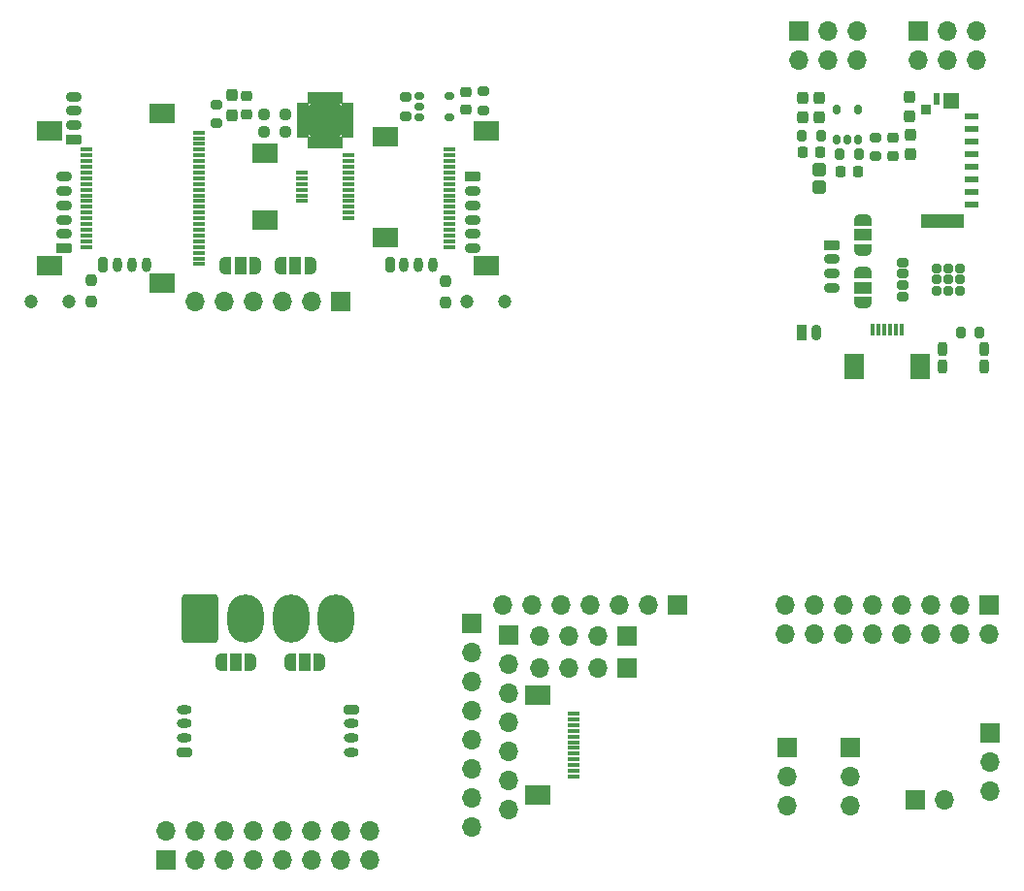
<source format=gbr>
%TF.GenerationSoftware,KiCad,Pcbnew,8.0.5*%
%TF.CreationDate,2024-12-31T14:00:23+11:00*%
%TF.ProjectId,Combined_Fabrication,436f6d62-696e-4656-945f-466162726963,rev?*%
%TF.SameCoordinates,Original*%
%TF.FileFunction,Soldermask,Bot*%
%TF.FilePolarity,Negative*%
%FSLAX46Y46*%
G04 Gerber Fmt 4.6, Leading zero omitted, Abs format (unit mm)*
G04 Created by KiCad (PCBNEW 8.0.5) date 2024-12-31 14:00:23*
%MOMM*%
%LPD*%
G01*
G04 APERTURE LIST*
G04 Aperture macros list*
%AMRoundRect*
0 Rectangle with rounded corners*
0 $1 Rounding radius*
0 $2 $3 $4 $5 $6 $7 $8 $9 X,Y pos of 4 corners*
0 Add a 4 corners polygon primitive as box body*
4,1,4,$2,$3,$4,$5,$6,$7,$8,$9,$2,$3,0*
0 Add four circle primitives for the rounded corners*
1,1,$1+$1,$2,$3*
1,1,$1+$1,$4,$5*
1,1,$1+$1,$6,$7*
1,1,$1+$1,$8,$9*
0 Add four rect primitives between the rounded corners*
20,1,$1+$1,$2,$3,$4,$5,0*
20,1,$1+$1,$4,$5,$6,$7,0*
20,1,$1+$1,$6,$7,$8,$9,0*
20,1,$1+$1,$8,$9,$2,$3,0*%
%AMFreePoly0*
4,1,19,0.550000,-0.750000,0.000000,-0.750000,0.000000,-0.744911,-0.071157,-0.744911,-0.207708,-0.704816,-0.327430,-0.627875,-0.420627,-0.520320,-0.479746,-0.390866,-0.500000,-0.250000,-0.500000,0.250000,-0.479746,0.390866,-0.420627,0.520320,-0.327430,0.627875,-0.207708,0.704816,-0.071157,0.744911,0.000000,0.744911,0.000000,0.750000,0.550000,0.750000,0.550000,-0.750000,0.550000,-0.750000,
$1*%
%AMFreePoly1*
4,1,19,0.000000,0.744911,0.071157,0.744911,0.207708,0.704816,0.327430,0.627875,0.420627,0.520320,0.479746,0.390866,0.500000,0.250000,0.500000,-0.250000,0.479746,-0.390866,0.420627,-0.520320,0.327430,-0.627875,0.207708,-0.704816,0.071157,-0.744911,0.000000,-0.744911,0.000000,-0.750000,-0.550000,-0.750000,-0.550000,0.750000,0.000000,0.750000,0.000000,0.744911,0.000000,0.744911,
$1*%
G04 Aperture macros list end*
%ADD10RoundRect,0.150000X-0.150000X0.250000X-0.150000X-0.250000X0.150000X-0.250000X0.150000X0.250000X0*%
%ADD11R,1.700000X1.700000*%
%ADD12O,1.700000X1.700000*%
%ADD13FreePoly0,90.000000*%
%ADD14R,1.500000X1.000000*%
%ADD15FreePoly1,90.000000*%
%ADD16RoundRect,0.237500X0.237500X-0.300000X0.237500X0.300000X-0.237500X0.300000X-0.237500X-0.300000X0*%
%ADD17RoundRect,0.200000X0.200000X0.400000X-0.200000X0.400000X-0.200000X-0.400000X0.200000X-0.400000X0*%
%ADD18RoundRect,0.225000X0.250000X-0.225000X0.250000X0.225000X-0.250000X0.225000X-0.250000X-0.225000X0*%
%ADD19RoundRect,0.200000X-0.200000X-0.275000X0.200000X-0.275000X0.200000X0.275000X-0.200000X0.275000X0*%
%ADD20R,1.244600X0.609600*%
%ADD21R,3.784600X1.193800*%
%ADD22R,1.400000X1.447800*%
%ADD23R,0.609600X0.990600*%
%ADD24R,0.838200X0.939800*%
%ADD25RoundRect,0.225000X-0.475000X0.225000X-0.475000X-0.225000X0.475000X-0.225000X0.475000X0.225000X0*%
%ADD26O,1.400000X0.900000*%
%ADD27RoundRect,0.200000X0.200000X0.275000X-0.200000X0.275000X-0.200000X-0.275000X0.200000X-0.275000X0*%
%ADD28RoundRect,0.200000X0.275000X-0.200000X0.275000X0.200000X-0.275000X0.200000X-0.275000X-0.200000X0*%
%ADD29R,1.800000X2.200000*%
%ADD30R,0.300000X1.100000*%
%ADD31RoundRect,0.200000X-0.300000X0.200000X-0.300000X-0.200000X0.300000X-0.200000X0.300000X0.200000X0*%
%ADD32RoundRect,0.200000X-0.200000X0.200000X-0.200000X-0.200000X0.200000X-0.200000X0.200000X0.200000X0*%
%ADD33RoundRect,0.225000X0.225000X0.250000X-0.225000X0.250000X-0.225000X-0.250000X0.225000X-0.250000X0*%
%ADD34RoundRect,0.225000X-0.225000X-0.475000X0.225000X-0.475000X0.225000X0.475000X-0.225000X0.475000X0*%
%ADD35O,0.900000X1.400000*%
%ADD36RoundRect,0.165600X0.421400X-0.386400X0.421400X0.386400X-0.421400X0.386400X-0.421400X-0.386400X0*%
%ADD37FreePoly0,270.000000*%
%ADD38FreePoly1,270.000000*%
%ADD39RoundRect,0.200000X0.450000X-0.200000X0.450000X0.200000X-0.450000X0.200000X-0.450000X-0.200000X0*%
%ADD40O,1.300000X0.800000*%
%ADD41FreePoly0,180.000000*%
%ADD42R,1.000000X1.500000*%
%ADD43FreePoly1,180.000000*%
%ADD44RoundRect,0.250000X-1.330000X-1.850000X1.330000X-1.850000X1.330000X1.850000X-1.330000X1.850000X0*%
%ADD45O,3.160000X4.200000*%
%ADD46RoundRect,0.200000X-0.450000X0.200000X-0.450000X-0.200000X0.450000X-0.200000X0.450000X0.200000X0*%
%ADD47RoundRect,0.200000X-0.200000X-0.450000X0.200000X-0.450000X0.200000X0.450000X-0.200000X0.450000X0*%
%ADD48O,0.800000X1.300000*%
%ADD49RoundRect,0.225000X0.475000X-0.225000X0.475000X0.225000X-0.475000X0.225000X-0.475000X-0.225000X0*%
%ADD50C,1.200000*%
%ADD51R,2.200000X1.800000*%
%ADD52R,1.100000X0.300000*%
%ADD53FreePoly0,0.000000*%
%ADD54FreePoly1,0.000000*%
%ADD55RoundRect,0.150000X0.250000X0.150000X-0.250000X0.150000X-0.250000X-0.150000X0.250000X-0.150000X0*%
%ADD56RoundRect,0.200000X-0.275000X0.200000X-0.275000X-0.200000X0.275000X-0.200000X0.275000X0.200000X0*%
%ADD57RoundRect,0.237500X-0.250000X-0.237500X0.250000X-0.237500X0.250000X0.237500X-0.250000X0.237500X0*%
%ADD58RoundRect,0.237500X-0.237500X0.250000X-0.237500X-0.250000X0.237500X-0.250000X0.237500X0.250000X0*%
%ADD59RoundRect,0.059250X-0.177750X0.472750X-0.177750X-0.472750X0.177750X-0.472750X0.177750X0.472750X0*%
%ADD60RoundRect,0.059250X-0.472750X0.177750X-0.472750X-0.177750X0.472750X-0.177750X0.472750X0.177750X0*%
%ADD61RoundRect,0.102000X-1.300000X1.300000X-1.300000X-1.300000X1.300000X-1.300000X1.300000X1.300000X0*%
G04 APERTURE END LIST*
D10*
%TO.C,U4*%
X177499999Y-61350001D03*
X176549999Y-61350001D03*
X175599999Y-61350001D03*
X175599999Y-58750001D03*
X177499999Y-58750001D03*
%TD*%
D11*
%TO.C,J5*%
X182674998Y-51875002D03*
D12*
X182674998Y-54415002D03*
X185214998Y-51875002D03*
X185214998Y-54415002D03*
X187754997Y-51875002D03*
X187754998Y-54415002D03*
%TD*%
D13*
%TO.C,JP1*%
X177849998Y-71000004D03*
D14*
X177849998Y-69700004D03*
D15*
X177849998Y-68400004D03*
%TD*%
D16*
%TO.C,C9*%
X182000000Y-62662502D03*
X182000000Y-60937500D03*
%TD*%
D17*
%TO.C,BootSW1*%
X188500000Y-81200002D03*
X188500000Y-79700000D03*
X184800000Y-81200002D03*
X184800000Y-79700000D03*
%TD*%
D18*
%TO.C,C13*%
X180500000Y-62775000D03*
X180500000Y-61225000D03*
%TD*%
D19*
%TO.C,R2*%
X186424999Y-78200001D03*
X188074999Y-78200001D03*
%TD*%
D20*
%TO.C,J3*%
X187333899Y-59349988D03*
X187333899Y-60449989D03*
X187333898Y-61549989D03*
X187333899Y-62649990D03*
X187333899Y-63749987D03*
X187333899Y-64849988D03*
X187333899Y-65949988D03*
X187333899Y-67049988D03*
D21*
X184853592Y-68505412D03*
D22*
X185605894Y-58021600D03*
D23*
X184351093Y-57793001D03*
D24*
X183363199Y-58745500D03*
%TD*%
D25*
%TO.C,J1*%
X175182499Y-70575002D03*
D26*
X175182499Y-71825001D03*
X175182499Y-73075002D03*
X175182499Y-74325001D03*
%TD*%
D27*
%TO.C,R1*%
X174225000Y-61000001D03*
X172575000Y-61000001D03*
%TD*%
D28*
%TO.C,C12*%
X179000000Y-62825000D03*
X179000000Y-61175000D03*
%TD*%
D11*
%TO.C,J4*%
X172274998Y-51875000D03*
D12*
X172274998Y-54415000D03*
X174814998Y-51875000D03*
X174814998Y-54415000D03*
X177354997Y-51875000D03*
X177354998Y-54415000D03*
%TD*%
D16*
%TO.C,C7*%
X174099999Y-59462501D03*
X174099999Y-57737499D03*
%TD*%
D29*
%TO.C,U3*%
X182899999Y-81200000D03*
X177099999Y-81200000D03*
D30*
X181249999Y-78000000D03*
X180750000Y-78000000D03*
X180249999Y-78000000D03*
X179749999Y-78000000D03*
X179249998Y-78000000D03*
X178749999Y-78000000D03*
%TD*%
D31*
%TO.C,U1*%
X181349999Y-72100001D03*
X181349998Y-73100001D03*
X181349998Y-74100001D03*
D32*
X186349999Y-74600001D03*
X186349999Y-73600001D03*
X186349999Y-72600001D03*
X185349999Y-74600001D03*
X185349999Y-73600001D03*
X185349999Y-72600001D03*
X184349999Y-74600001D03*
X184349999Y-73600001D03*
X184349999Y-72600001D03*
D31*
X181349999Y-75100001D03*
%TD*%
D33*
%TO.C,C1*%
X177475000Y-64150001D03*
X175925000Y-64150001D03*
%TD*%
D34*
%TO.C,J2*%
X172575000Y-78217501D03*
D35*
X173824999Y-78217501D03*
%TD*%
D36*
%TO.C,L1*%
X174099999Y-65535002D03*
X174099999Y-63965002D03*
%TD*%
D16*
%TO.C,C10*%
X181950000Y-59362502D03*
X181950000Y-57637500D03*
%TD*%
D37*
%TO.C,JP2*%
X177849999Y-73000000D03*
D14*
X177849999Y-74300000D03*
D38*
X177849999Y-75600000D03*
%TD*%
D16*
%TO.C,C8*%
X172600001Y-59462503D03*
X172600001Y-57737501D03*
%TD*%
D33*
%TO.C,C6*%
X174175000Y-62500001D03*
X172625000Y-62500001D03*
%TD*%
D27*
%TO.C,C11*%
X177524999Y-62650000D03*
X175874999Y-62650000D03*
%TD*%
D11*
%TO.C,J1*%
X188875000Y-101975000D03*
D12*
X188875000Y-104515000D03*
X186335000Y-101975000D03*
X186335000Y-104515000D03*
X183795001Y-101975000D03*
X183795000Y-104515000D03*
X181255000Y-101975000D03*
X181255000Y-104515000D03*
X178715000Y-101975000D03*
X178715000Y-104515000D03*
X176175000Y-101975000D03*
X176175000Y-104515000D03*
X173635000Y-101975000D03*
X173635000Y-104515000D03*
X171094999Y-101975000D03*
X171095000Y-104515000D03*
%TD*%
D11*
%TO.C,J4*%
X171250000Y-114475000D03*
D12*
X171250000Y-117015000D03*
X171250000Y-119554999D03*
%TD*%
D11*
%TO.C,J2*%
X189000000Y-113210001D03*
D12*
X189000000Y-115750001D03*
X189000000Y-118290000D03*
%TD*%
D11*
%TO.C,J3*%
X176750000Y-114460000D03*
D12*
X176750000Y-117000000D03*
X176750000Y-119539999D03*
%TD*%
D11*
%TO.C,J5*%
X182475000Y-119000001D03*
D12*
X185015000Y-119000001D03*
%TD*%
D39*
%TO.C,J4*%
X118700000Y-114875000D03*
D40*
X118700000Y-113625001D03*
X118700000Y-112375000D03*
X118700000Y-111125001D03*
%TD*%
D41*
%TO.C,JP1*%
X130500000Y-107000001D03*
D42*
X129200000Y-107000001D03*
D43*
X127900000Y-107000001D03*
%TD*%
D11*
%TO.C,J1*%
X117125000Y-124290001D03*
D12*
X117125000Y-121750001D03*
X119665000Y-124290001D03*
X119665000Y-121750001D03*
X122204999Y-124290001D03*
X122205000Y-121750001D03*
X124745000Y-124290001D03*
X124745000Y-121750001D03*
X127285000Y-124290001D03*
X127285000Y-121750001D03*
X129825000Y-124290001D03*
X129825000Y-121750001D03*
X132365000Y-124290001D03*
X132365000Y-121750001D03*
X134905001Y-124290001D03*
X134905000Y-121750001D03*
%TD*%
D41*
%TO.C,JP2*%
X124500000Y-107000001D03*
D42*
X123200000Y-107000001D03*
D43*
X121900000Y-107000001D03*
%TD*%
D44*
%TO.C,J2*%
X120060000Y-103225001D03*
D45*
X124020000Y-103225001D03*
X127980000Y-103225001D03*
X131940001Y-103225001D03*
%TD*%
D46*
%TO.C,J3*%
X133300000Y-111125001D03*
D40*
X133300000Y-112375000D03*
X133300000Y-113625001D03*
X133300000Y-114875000D03*
%TD*%
D47*
%TO.C,J4*%
X111625000Y-72300000D03*
D48*
X112874999Y-72300000D03*
X114125000Y-72300000D03*
X115374999Y-72300000D03*
%TD*%
D49*
%TO.C,J1*%
X109032500Y-61375000D03*
D26*
X109032500Y-60125001D03*
X109032500Y-58875000D03*
X109032500Y-57625001D03*
%TD*%
D50*
%TO.C,R4*%
X143350000Y-75500000D03*
X146650000Y-75500000D03*
%TD*%
%TO.C,R5*%
X108650000Y-75500000D03*
X105350000Y-75500000D03*
%TD*%
D49*
%TO.C,U3*%
X108182500Y-70875001D03*
D26*
X108182500Y-69625002D03*
X108182500Y-68375001D03*
X108182500Y-67125002D03*
X108182500Y-65875001D03*
X108182500Y-64625002D03*
%TD*%
D47*
%TO.C,J3*%
X136625001Y-72300001D03*
D48*
X137875000Y-72300001D03*
X139125001Y-72300001D03*
X140375000Y-72300001D03*
%TD*%
D25*
%TO.C,U4*%
X143817501Y-64625001D03*
D26*
X143817501Y-65875000D03*
X143817501Y-67125001D03*
X143817501Y-68375000D03*
X143817501Y-69625001D03*
X143817501Y-70875000D03*
%TD*%
D18*
%TO.C,C5*%
X143250000Y-58774999D03*
X143250000Y-57224999D03*
%TD*%
D51*
%TO.C,U9*%
X106950000Y-72400000D03*
X106950000Y-60600000D03*
D52*
X110150000Y-70750000D03*
X110150000Y-70250000D03*
X110149999Y-69750000D03*
X110150000Y-69250000D03*
X110150000Y-68750000D03*
X110150000Y-68249999D03*
X110150000Y-67750000D03*
X110150000Y-67250001D03*
X110150000Y-66750000D03*
X110150000Y-66250000D03*
X110150000Y-65749999D03*
X110150000Y-65250000D03*
X110150000Y-64750001D03*
X110150000Y-64250000D03*
X110150000Y-63750000D03*
X110149999Y-63250000D03*
X110150000Y-62750000D03*
X110150000Y-62250000D03*
%TD*%
D53*
%TO.C,JP1*%
X127100000Y-72400000D03*
D42*
X128400000Y-72400000D03*
D54*
X129700000Y-72400000D03*
%TD*%
D55*
%TO.C,U8*%
X139200000Y-59450000D03*
X139200000Y-58500000D03*
X139200000Y-57550000D03*
X141800000Y-57550000D03*
X141800000Y-59450000D03*
%TD*%
D11*
%TO.C,J2*%
X132350000Y-75500000D03*
D12*
X129810000Y-75500000D03*
X127270001Y-75500000D03*
X124730000Y-75500000D03*
X122190000Y-75500000D03*
X119650000Y-75500000D03*
%TD*%
D56*
%TO.C,C3*%
X138000000Y-57675000D03*
X138000000Y-59325000D03*
%TD*%
D28*
%TO.C,R3*%
X121500000Y-59950000D03*
X121500000Y-58300000D03*
%TD*%
D51*
%TO.C,U1*%
X125749999Y-68400000D03*
X125749999Y-62600000D03*
D52*
X128949999Y-66750000D03*
X128949999Y-66250001D03*
X128949999Y-65750000D03*
X128949999Y-65250000D03*
X128949999Y-64749999D03*
X128949999Y-64250000D03*
%TD*%
D57*
%TO.C,R2*%
X125687501Y-59200000D03*
X127512501Y-59200000D03*
%TD*%
D16*
%TO.C,C2*%
X122850000Y-59237501D03*
X122850000Y-57512499D03*
%TD*%
D57*
%TO.C,R1*%
X125687500Y-60699999D03*
X127512500Y-60699999D03*
%TD*%
D58*
%TO.C,R7*%
X110550000Y-73687500D03*
X110550000Y-75512500D03*
%TD*%
D28*
%TO.C,C4*%
X144750000Y-58825000D03*
X144750000Y-57175000D03*
%TD*%
D18*
%TO.C,C1*%
X124150000Y-59150000D03*
X124150000Y-57600000D03*
%TD*%
D59*
%TO.C,U2*%
X129750000Y-57765000D03*
X130250000Y-57764999D03*
X130750000Y-57765000D03*
X131250000Y-57765000D03*
X131750000Y-57764999D03*
X132250000Y-57765000D03*
D60*
X132935000Y-58450000D03*
X132935001Y-58950000D03*
X132935000Y-59450000D03*
X132935000Y-59950000D03*
X132935001Y-60450000D03*
X132935000Y-60950000D03*
D59*
X132250000Y-61635000D03*
X131750000Y-61635001D03*
X131250000Y-61635000D03*
X130750000Y-61635000D03*
X130250000Y-61635001D03*
X129750000Y-61635000D03*
D60*
X129065000Y-60950000D03*
X129064999Y-60450000D03*
X129065000Y-59950000D03*
X129065000Y-59450000D03*
X129064999Y-58950000D03*
X129065000Y-58450000D03*
D61*
X131000000Y-59700000D03*
%TD*%
D51*
%TO.C,U7*%
X116750001Y-73900000D03*
X116750001Y-59100000D03*
D52*
X119950000Y-72250000D03*
X119950001Y-71750000D03*
X119950001Y-71250000D03*
X119950001Y-70750000D03*
X119950001Y-70250000D03*
X119950000Y-69750000D03*
X119950001Y-69250000D03*
X119950001Y-68750000D03*
X119950001Y-68249999D03*
X119950001Y-67750000D03*
X119950001Y-67250001D03*
X119950001Y-66750000D03*
X119950001Y-66250000D03*
X119950001Y-65749999D03*
X119950001Y-65250000D03*
X119950001Y-64750001D03*
X119950001Y-64250000D03*
X119950001Y-63750000D03*
X119950000Y-63250000D03*
X119950001Y-62750000D03*
X119950001Y-62250000D03*
X119950001Y-61750000D03*
X119950001Y-61250000D03*
X119950000Y-60750000D03*
%TD*%
D51*
%TO.C,U6*%
X145000001Y-60600000D03*
X145000001Y-72400000D03*
D52*
X141800001Y-62250000D03*
X141800001Y-62750000D03*
X141800002Y-63250000D03*
X141800001Y-63750000D03*
X141800001Y-64250000D03*
X141800001Y-64750001D03*
X141800001Y-65250000D03*
X141800001Y-65749999D03*
X141800001Y-66250000D03*
X141800001Y-66750000D03*
X141800001Y-67250001D03*
X141800001Y-67750000D03*
X141800001Y-68249999D03*
X141800001Y-68750000D03*
X141800001Y-69250000D03*
X141800002Y-69750000D03*
X141800001Y-70250000D03*
X141800001Y-70750000D03*
%TD*%
D41*
%TO.C,JP2*%
X124900000Y-72400000D03*
D42*
X123600000Y-72400000D03*
D43*
X122300000Y-72400000D03*
%TD*%
D58*
%TO.C,R6*%
X141450000Y-73737500D03*
X141450000Y-75562500D03*
%TD*%
D51*
%TO.C,U5*%
X136250000Y-61100000D03*
X136250000Y-69900000D03*
D52*
X133050000Y-62750000D03*
X133050000Y-63250000D03*
X133050000Y-63750001D03*
X133050000Y-64250000D03*
X133050000Y-64749999D03*
X133050000Y-65250000D03*
X133050000Y-65750000D03*
X133050000Y-66250001D03*
X133050000Y-66750000D03*
X133050000Y-67249999D03*
X133050000Y-67750000D03*
X133050000Y-68250000D03*
%TD*%
D11*
%TO.C,J4*%
X157280000Y-107500000D03*
D12*
X154740000Y-107500000D03*
X152200001Y-107500000D03*
X149660000Y-107500000D03*
%TD*%
D11*
%TO.C,J1*%
X143750000Y-103590000D03*
D12*
X143750000Y-106130000D03*
X143750000Y-108670000D03*
X143750000Y-111210000D03*
X143750000Y-113750000D03*
X143750000Y-116290000D03*
X143750000Y-118830000D03*
X143750000Y-121370000D03*
%TD*%
D11*
%TO.C,J5*%
X161710000Y-102000000D03*
D12*
X159170000Y-102000000D03*
X156630001Y-102000000D03*
X154090000Y-102000000D03*
X151550000Y-102000000D03*
X149010000Y-102000000D03*
X146470000Y-102000000D03*
%TD*%
D11*
%TO.C,J3*%
X157290000Y-104750000D03*
D12*
X154750000Y-104750000D03*
X152210001Y-104750000D03*
X149670000Y-104750000D03*
%TD*%
D11*
%TO.C,J2*%
X147000000Y-104670000D03*
D12*
X147000000Y-107210000D03*
X147000000Y-109750000D03*
X147000000Y-112290000D03*
X147000000Y-114830000D03*
X147000000Y-117370000D03*
X147000000Y-119910000D03*
%TD*%
D51*
%TO.C,U2*%
X149500000Y-118650000D03*
X149500000Y-109850000D03*
D52*
X152700000Y-117000000D03*
X152700000Y-116500000D03*
X152700000Y-115999999D03*
X152700000Y-115500000D03*
X152700000Y-115000001D03*
X152700000Y-114500000D03*
X152700000Y-114000000D03*
X152700000Y-113499999D03*
X152700000Y-113000000D03*
X152700000Y-112500001D03*
X152700000Y-112000000D03*
X152700000Y-111500000D03*
%TD*%
M02*

</source>
